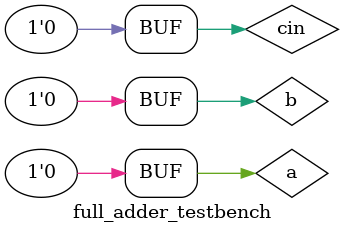
<source format=v>
module full_adder_dataflow (
    input  a, b, cin,
    output s, cout
);
    assign s = a ^ b ^ cin;
    assign cout  = (a & b) | ((a ^ b) & cin);
    
endmodule

module full_adder_behavioral (
    input a, b, cin,
    output reg s, cout
);
    always @(a or b or cin) begin
        s = a ^ b ^ cin;
        cout = ((a^b) &cin ) | (a&b);
    end
    
endmodule

module full_adder_testbench;

    reg a, b, cin;
    wire s, cout;

    full_adder_behavioral fa(a, b, cin, s, cout);

    initial begin
        $monitor("%b%b%b, %b%b", a, b, cin, cout, s);
    end

    initial begin
            a = 0; b = 0; cin = 0;
        #1  a = 0; b = 0; cin = 1;
        #1  a = 0; b = 1; cin = 0;
        #1  a = 0; b = 1; cin = 1;
        #1  a = 1; b = 0; cin = 0;
        #1  a = 1; b = 0; cin = 1;
        #1  a = 1; b = 1; cin = 0;
        #1  a = 1; b = 1; cin = 1;
        #1  a = 0; b = 0; cin = 0;
    end
     


endmodule
</source>
